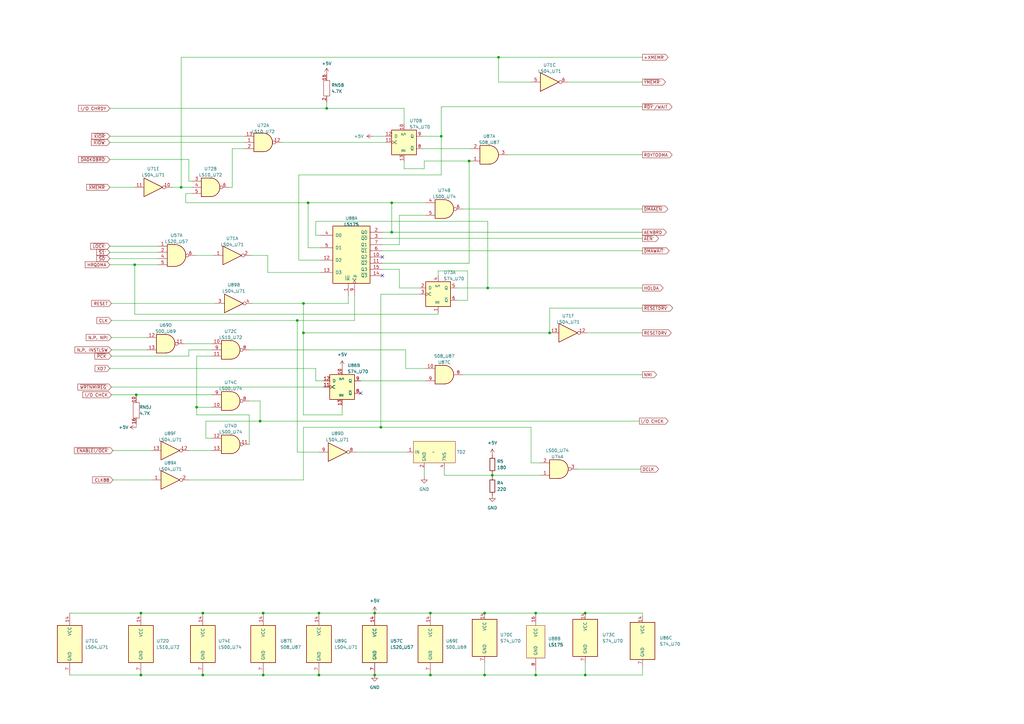
<source format=kicad_sch>
(kicad_sch (version 20230121) (generator eeschema)
  (paper "A3")
  (junction (at 156.21 175.26))
  (junction (at 198.755 251.46))
  (junction (at 153.67 251.46))
  (junction (at 176.53 276.86))
  (junction (at 106.68 172.72))
  (junction (at 219.71 251.46))
  (junction (at 133.985 44.45))
  (junction (at 55.88 161.925))
  (junction (at 83.185 251.46))
  (junction (at 83.185 276.86))
  (junction (at 121.92 131.445))
  (junction (at 107.95 276.86))
  (junction (at 124.46 136.525))
  (junction (at 225.425 136.525))
  (junction (at 219.71 276.86))
  (junction (at 240.03 276.86))
  (junction (at 55.245 108.585))
  (junction (at 200.025 118.11))
  (junction (at 107.95 251.46))
  (junction (at 57.785 251.46))
  (junction (at 126.365 83.185))
  (junction (at 198.755 276.86))
  (junction (at 240.03 251.46))
  (junction (at 153.67 276.86))
  (junction (at 192.405 66.04))
  (junction (at 160.655 83.185))
  (junction (at 201.93 194.945))
  (junction (at 80.645 167.005))
  (junction (at 124.46 124.46))
  (junction (at 130.81 251.46))
  (junction (at 160.655 95.25))
  (junction (at 130.81 276.86))
  (junction (at 74.295 76.835))
  (junction (at 180.975 55.88))
  (junction (at 204.47 23.495))
  (junction (at 176.53 251.46))
  (junction (at 57.785 276.86))
  (no_connect (at 156.845 105.41))
  (no_connect (at 156.845 113.03))
  (no_connect (at 147.955 161.29))
  (wire (pts (xy 187.325 123.19) (xy 191.77 123.19)))
  (wire (pts (xy 172.085 120.65) (xy 156.21 120.65)))
  (wire (pts (xy 182.245 192.405) (xy 182.245 194.945)))
  (wire (pts (xy 109.855 111.76) (xy 109.855 104.775)))
  (wire (pts (xy 95.25 76.835) (xy 95.25 60.96)))
  (wire (pts (xy 93.98 76.835) (xy 95.25 76.835)))
  (wire (pts (xy 107.95 251.46) (xy 130.81 251.46)))
  (wire (pts (xy 140.335 170.18) (xy 124.46 170.18)))
  (wire (pts (xy 109.855 104.775) (xy 102.87 104.775)))
  (wire (pts (xy 165.735 69.215) (xy 165.735 66.04)))
  (wire (pts (xy 45.72 161.925) (xy 55.88 161.925)))
  (wire (pts (xy 217.805 189.865) (xy 217.805 175.26)))
  (wire (pts (xy 80.645 146.05) (xy 80.645 167.005)))
  (wire (pts (xy 166.37 151.13) (xy 174.625 151.13)))
  (wire (pts (xy 77.47 143.51) (xy 86.995 143.51)))
  (wire (pts (xy 176.53 276.86) (xy 198.755 276.86)))
  (wire (pts (xy 204.47 33.655) (xy 204.47 23.495)))
  (wire (pts (xy 240.03 251.46) (xy 263.525 251.46)))
  (wire (pts (xy 153.67 276.86) (xy 176.53 276.86)))
  (wire (pts (xy 147.955 156.21) (xy 174.625 156.21)))
  (wire (pts (xy 76.2 79.375) (xy 76.2 83.185)))
  (wire (pts (xy 77.47 74.295) (xy 78.74 74.295)))
  (wire (pts (xy 156.21 120.65) (xy 156.21 175.26)))
  (wire (pts (xy 64.77 106.045) (xy 45.085 106.045)))
  (wire (pts (xy 198.755 271.78) (xy 198.755 276.86)))
  (wire (pts (xy 55.245 76.835) (xy 45.085 76.835)))
  (wire (pts (xy 133.985 41.91) (xy 133.985 44.45)))
  (wire (pts (xy 102.235 182.245) (xy 102.235 170.18)))
  (wire (pts (xy 191.77 123.19) (xy 191.77 111.125)))
  (wire (pts (xy 133.985 44.45) (xy 45.085 44.45)))
  (wire (pts (xy 156.845 95.25) (xy 160.655 95.25)))
  (wire (pts (xy 156.845 110.49) (xy 163.83 110.49)))
  (wire (pts (xy 64.77 108.585) (xy 55.245 108.585)))
  (wire (pts (xy 153.67 251.46) (xy 176.53 251.46)))
  (wire (pts (xy 121.92 185.42) (xy 121.92 131.445)))
  (wire (pts (xy 106.68 172.72) (xy 262.255 172.72)))
  (wire (pts (xy 95.25 60.96) (xy 100.33 60.96)))
  (wire (pts (xy 217.805 33.655) (xy 204.47 33.655)))
  (wire (pts (xy 160.655 95.25) (xy 160.655 83.185)))
  (wire (pts (xy 192.405 107.95) (xy 192.405 66.04)))
  (wire (pts (xy 156.845 97.79) (xy 263.525 97.79)))
  (wire (pts (xy 55.88 162.56) (xy 55.88 161.925)))
  (wire (pts (xy 55.88 175.26) (xy 55.88 173.99)))
  (wire (pts (xy 204.47 23.495) (xy 263.525 23.495)))
  (wire (pts (xy 173.99 195.58) (xy 173.99 192.405)))
  (wire (pts (xy 102.235 143.51) (xy 166.37 143.51)))
  (wire (pts (xy 180.975 55.88) (xy 180.975 71.755)))
  (wire (pts (xy 84.455 172.72) (xy 106.68 172.72)))
  (wire (pts (xy 86.995 184.785) (xy 77.47 184.785)))
  (wire (pts (xy 83.185 276.86) (xy 107.95 276.86)))
  (wire (pts (xy 165.735 44.45) (xy 133.985 44.45)))
  (wire (pts (xy 200.025 90.805) (xy 200.025 118.11)))
  (wire (pts (xy 219.71 251.46) (xy 240.03 251.46)))
  (wire (pts (xy 198.755 251.46) (xy 219.71 251.46)))
  (wire (pts (xy 124.46 175.26) (xy 124.46 196.85)))
  (wire (pts (xy 84.455 179.705) (xy 84.455 172.72)))
  (wire (pts (xy 146.05 185.42) (xy 167.005 185.42)))
  (wire (pts (xy 130.81 251.46) (xy 153.67 251.46)))
  (wire (pts (xy 77.47 146.05) (xy 77.47 143.51)))
  (wire (pts (xy 180.975 43.815) (xy 263.525 43.815)))
  (wire (pts (xy 122.555 106.68) (xy 131.445 106.68)))
  (wire (pts (xy 80.645 167.005) (xy 86.995 167.005)))
  (wire (pts (xy 225.425 136.525) (xy 124.46 136.525)))
  (wire (pts (xy 107.95 276.86) (xy 130.81 276.86)))
  (wire (pts (xy 263.525 33.655) (xy 233.045 33.655)))
  (wire (pts (xy 76.2 83.185) (xy 126.365 83.185)))
  (wire (pts (xy 160.655 83.185) (xy 174.625 83.185)))
  (wire (pts (xy 64.77 103.505) (xy 45.085 103.505)))
  (wire (pts (xy 131.445 96.52) (xy 129.54 96.52)))
  (wire (pts (xy 165.735 44.45) (xy 165.735 50.8)))
  (wire (pts (xy 62.23 196.85) (xy 46.355 196.85)))
  (wire (pts (xy 200.025 118.11) (xy 187.325 118.11)))
  (wire (pts (xy 236.855 192.405) (xy 262.89 192.405)))
  (wire (pts (xy 78.74 76.835) (xy 74.295 76.835)))
  (wire (pts (xy 100.33 55.88) (xy 45.085 55.88)))
  (wire (pts (xy 115.57 58.42) (xy 158.115 58.42)))
  (wire (pts (xy 77.47 65.405) (xy 77.47 74.295)))
  (wire (pts (xy 62.23 184.785) (xy 46.355 184.785)))
  (wire (pts (xy 64.77 100.965) (xy 45.085 100.965)))
  (wire (pts (xy 45.72 138.43) (xy 60.325 138.43)))
  (wire (pts (xy 45.72 146.05) (xy 77.47 146.05)))
  (wire (pts (xy 55.245 108.585) (xy 45.085 108.585)))
  (wire (pts (xy 124.46 124.46) (xy 142.875 124.46)))
  (wire (pts (xy 83.185 251.46) (xy 107.95 251.46)))
  (wire (pts (xy 145.415 131.445) (xy 145.415 121.285)))
  (wire (pts (xy 182.245 194.945) (xy 201.93 194.945)))
  (wire (pts (xy 263.525 276.86) (xy 263.525 273.05)))
  (wire (pts (xy 106.68 164.465) (xy 102.235 164.465)))
  (wire (pts (xy 189.865 153.67) (xy 263.525 153.67)))
  (wire (pts (xy 57.785 276.86) (xy 83.185 276.86)))
  (wire (pts (xy 102.235 170.18) (xy 80.645 170.18)))
  (wire (pts (xy 131.445 101.6) (xy 126.365 101.6)))
  (wire (pts (xy 179.705 111.125) (xy 179.705 113.03)))
  (wire (pts (xy 163.83 88.265) (xy 174.625 88.265)))
  (wire (pts (xy 74.295 76.835) (xy 74.295 23.495)))
  (wire (pts (xy 219.71 274.955) (xy 219.71 276.86)))
  (wire (pts (xy 124.46 124.46) (xy 124.46 136.525)))
  (wire (pts (xy 163.83 110.49) (xy 163.83 118.11)))
  (wire (pts (xy 219.71 276.86) (xy 240.03 276.86)))
  (wire (pts (xy 121.92 131.445) (xy 145.415 131.445)))
  (wire (pts (xy 140.335 150.495) (xy 140.335 151.13)))
  (wire (pts (xy 45.72 158.75) (xy 132.715 158.75)))
  (wire (pts (xy 78.74 79.375) (xy 76.2 79.375)))
  (wire (pts (xy 74.295 76.835) (xy 70.485 76.835)))
  (wire (pts (xy 140.335 166.37) (xy 140.335 170.18)))
  (wire (pts (xy 153.035 55.88) (xy 158.115 55.88)))
  (wire (pts (xy 240.03 271.78) (xy 240.03 276.86)))
  (wire (pts (xy 192.405 66.04) (xy 193.04 66.04)))
  (wire (pts (xy 142.875 124.46) (xy 142.875 121.285)))
  (wire (pts (xy 28.575 276.86) (xy 57.785 276.86)))
  (wire (pts (xy 191.77 111.125) (xy 179.705 111.125)))
  (wire (pts (xy 179.705 128.905) (xy 179.705 128.27)))
  (wire (pts (xy 165.735 69.215) (xy 173.99 69.215)))
  (wire (pts (xy 45.085 65.405) (xy 77.47 65.405)))
  (wire (pts (xy 74.295 23.495) (xy 204.47 23.495)))
  (wire (pts (xy 126.365 83.185) (xy 160.655 83.185)))
  (wire (pts (xy 86.995 140.97) (xy 75.565 140.97)))
  (wire (pts (xy 156.21 175.26) (xy 124.46 175.26)))
  (wire (pts (xy 176.53 251.46) (xy 198.755 251.46)))
  (wire (pts (xy 263.525 102.87) (xy 156.845 102.87)))
  (wire (pts (xy 103.505 124.46) (xy 124.46 124.46)))
  (wire (pts (xy 173.355 60.96) (xy 193.04 60.96)))
  (wire (pts (xy 122.555 71.755) (xy 122.555 106.68)))
  (wire (pts (xy 263.525 85.725) (xy 189.865 85.725)))
  (wire (pts (xy 55.88 161.925) (xy 86.995 161.925)))
  (wire (pts (xy 201.93 194.31) (xy 201.93 194.945)))
  (wire (pts (xy 45.085 151.13) (xy 129.54 151.13)))
  (wire (pts (xy 100.33 58.42) (xy 45.085 58.42)))
  (wire (pts (xy 166.37 143.51) (xy 166.37 151.13)))
  (wire (pts (xy 131.445 111.76) (xy 109.855 111.76)))
  (wire (pts (xy 86.995 179.705) (xy 84.455 179.705)))
  (wire (pts (xy 263.525 118.11) (xy 200.025 118.11)))
  (wire (pts (xy 130.81 276.86) (xy 153.67 276.86)))
  (wire (pts (xy 124.46 196.85) (xy 77.47 196.85)))
  (wire (pts (xy 57.785 251.46) (xy 83.185 251.46)))
  (wire (pts (xy 130.81 185.42) (xy 121.92 185.42)))
  (wire (pts (xy 217.805 189.865) (xy 221.615 189.865)))
  (wire (pts (xy 124.46 136.525) (xy 124.46 170.18)))
  (wire (pts (xy 88.265 124.46) (xy 45.72 124.46)))
  (wire (pts (xy 106.68 164.465) (xy 106.68 172.72)))
  (wire (pts (xy 156.845 100.33) (xy 163.83 100.33)))
  (wire (pts (xy 129.54 96.52) (xy 129.54 90.805)))
  (wire (pts (xy 263.525 63.5) (xy 208.28 63.5)))
  (wire (pts (xy 129.54 151.13) (xy 129.54 156.21)))
  (wire (pts (xy 263.525 136.525) (xy 240.665 136.525)))
  (wire (pts (xy 163.83 100.33) (xy 163.83 88.265)))
  (wire (pts (xy 201.93 194.945) (xy 201.93 195.58)))
  (wire (pts (xy 240.03 276.86) (xy 263.525 276.86)))
  (wire (pts (xy 180.975 55.88) (xy 180.975 43.815)))
  (wire (pts (xy 198.755 276.86) (xy 219.71 276.86)))
  (wire (pts (xy 201.93 194.945) (xy 221.615 194.945)))
  (wire (pts (xy 156.845 107.95) (xy 192.405 107.95)))
  (wire (pts (xy 87.63 104.775) (xy 80.01 104.775)))
  (wire (pts (xy 173.99 69.215) (xy 173.99 66.04)))
  (wire (pts (xy 163.83 118.11) (xy 172.085 118.11)))
  (wire (pts (xy 263.525 251.46) (xy 263.525 252.73)))
  (wire (pts (xy 179.705 128.905) (xy 55.245 128.905)))
  (wire (pts (xy 173.99 66.04) (xy 192.405 66.04)))
  (wire (pts (xy 180.975 71.755) (xy 122.555 71.755)))
  (wire (pts (xy 225.425 126.365) (xy 263.525 126.365)))
  (wire (pts (xy 225.425 136.525) (xy 225.425 126.365)))
  (wire (pts (xy 173.355 55.88) (xy 180.975 55.88)))
  (wire (pts (xy 86.995 146.05) (xy 80.645 146.05)))
  (wire (pts (xy 28.575 251.46) (xy 57.785 251.46)))
  (wire (pts (xy 45.72 143.51) (xy 60.325 143.51)))
  (wire (pts (xy 45.72 131.445) (xy 121.92 131.445)))
  (wire (pts (xy 217.805 175.26) (xy 156.21 175.26)))
  (wire (pts (xy 126.365 101.6) (xy 126.365 83.185)))
  (wire (pts (xy 129.54 156.21) (xy 132.715 156.21)))
  (wire (pts (xy 160.655 95.25) (xy 263.525 95.25)))
  (wire (pts (xy 80.645 170.18) (xy 80.645 167.005)))
  (wire (pts (xy 129.54 90.805) (xy 200.025 90.805)))
  (wire (pts (xy 55.245 128.905) (xy 55.245 108.585)))
  (global_label "~{AEN}'" (shape output) (at 263.525 97.79 0) (property "Intersheetrefs" "${INTERSHEET_REFS}" (effects hide)))
  (global_label "~{LOCK}'" (shape input) (at 45.085 100.965 180) (property "Intersheetrefs" "${INTERSHEET_REFS}" (effects hide)))
  (global_label "~{WRTNMIREG}'" (shape input) (at 45.72 158.75 180) (property "Intersheetrefs" "${INTERSHEET_REFS}" (effects hide)))
  (global_label "~{RDY}'{slash}WAIT" (shape output) (at 263.525 43.815 0) (property "Intersheetrefs" "${INTERSHEET_REFS}" (effects hide)))
  (global_label "HRQDMA" (shape input) (at 45.085 108.585 180) (property "Intersheetrefs" "${INTERSHEET_REFS}" (effects hide)))
  (global_label "~{XMEMR}'" (shape input) (at 45.085 76.835 180) (property "Intersheetrefs" "${INTERSHEET_REFS}" (effects hide)))
  (global_label "XD7" (shape input) (at 45.085 151.13 180) (property "Intersheetrefs" "${INTERSHEET_REFS}" (effects hide)))
  (global_label "+XMEMR" (shape output) (at 263.525 23.495 0) (property "Intersheetrefs" "${INTERSHEET_REFS}" (effects hide)))
  (global_label "RDYTODMA" (shape output) (at 263.525 63.5 0) (property "Intersheetrefs" "${INTERSHEET_REFS}" (effects hide)))
  (global_label "N.P. INSTLSW" (shape input) (at 45.72 143.51 180) (property "Intersheetrefs" "${INTERSHEET_REFS}" (effects hide)))
  (global_label "~{DA0K0BRD}'" (shape input) (at 45.085 65.405 180) (property "Intersheetrefs" "${INTERSHEET_REFS}" (effects hide)))
  (global_label "I{slash}O CHCK" (shape input) (at 45.72 161.925 180) (property "Intersheetrefs" "${INTERSHEET_REFS}" (effects hide)))
  (global_label "~{ENABLEI{slash}OCK}'" (shape input) (at 46.355 184.785 180) (property "Intersheetrefs" "${INTERSHEET_REFS}" (effects hide)))
  (global_label "DCLK" (shape output) (at 262.89 192.405 0) (property "Intersheetrefs" "${INTERSHEET_REFS}" (effects hide)))
  (global_label "N.P. NPI" (shape input) (at 45.72 138.43 180) (property "Intersheetrefs" "${INTERSHEET_REFS}" (effects hide)))
  (global_label "RESETDRV" (shape output) (at 263.525 136.525 0) (property "Intersheetrefs" "${INTERSHEET_REFS}" (effects hide)))
  (global_label "~{XIOW}'" (shape input) (at 45.085 58.42 180) (property "Intersheetrefs" "${INTERSHEET_REFS}" (effects hide)))
  (global_label "I{slash}O CHCK" (shape output) (at 262.255 172.72 0) (property "Intersheetrefs" "${INTERSHEET_REFS}" (effects hide)))
  (global_label "~{PCK}'" (shape input) (at 45.72 146.05 180) (property "Intersheetrefs" "${INTERSHEET_REFS}" (effects hide)))
  (global_label "~{DMAWAIT}'" (shape output) (at 263.525 102.87 0) (property "Intersheetrefs" "${INTERSHEET_REFS}" (effects hide)))
  (global_label "HOLDA" (shape output) (at 263.525 118.11 0) (property "Intersheetrefs" "${INTERSHEET_REFS}" (effects hide)))
  (global_label "~{S1}'" (shape input) (at 45.085 103.505 180) (property "Intersheetrefs" "${INTERSHEET_REFS}" (effects hide)))
  (global_label "CLK" (shape input) (at 45.72 131.445 180) (property "Intersheetrefs" "${INTERSHEET_REFS}" (effects hide)))
  (global_label "I{slash}O CHRDY" (shape input) (at 45.085 44.45 180) (property "Intersheetrefs" "${INTERSHEET_REFS}" (effects hide)))
  (global_label "AENBRD" (shape output) (at 263.525 95.25 0) (property "Intersheetrefs" "${INTERSHEET_REFS}" (effects hide)))
  (global_label "NMI" (shape output) (at 263.525 153.67 0) (property "Intersheetrefs" "${INTERSHEET_REFS}" (effects hide)))
  (global_label "~{DMAAEN}'" (shape output) (at 263.525 85.725 0) (property "Intersheetrefs" "${INTERSHEET_REFS}" (effects hide)))
  (global_label "CLK88" (shape input) (at 46.355 196.85 180) (property "Intersheetrefs" "${INTERSHEET_REFS}" (effects hide)))
  (global_label "~{YMEMR}'" (shape output) (at 263.525 33.655 0) (property "Intersheetrefs" "${INTERSHEET_REFS}" (effects hide)))
  (global_label "RESET" (shape input) (at 45.72 124.46 180) (property "Intersheetrefs" "${INTERSHEET_REFS}" (effects hide)))
  (global_label "~{S0}'" (shape input) (at 45.085 106.045 180) (property "Intersheetrefs" "${INTERSHEET_REFS}" (effects hide)))
  (global_label "~{RESETDRV}'" (shape output) (at 263.525 126.365 0) (property "Intersheetrefs" "${INTERSHEET_REFS}" (effects hide)))
  (global_label "~{XIOR}'" (shape input) (at 45.085 55.88 180) (property "Intersheetrefs" "${INTERSHEET_REFS}" (effects hide)))
  (symbol (lib_id "Mad5150_early:LS00_U74") (at 229.235 192.405 0) (mirror x) (unit 1)
    (property "Reference" "U74" (at 228.6 187.325 0))
    (property "Value" "LS00_U74" (at 228.6 184.785 0))
    (property "Footprint" "Package_DIP:DIP-14_W7.62mm" (effects hide))
    (property "Datasheet" "http://www.ti.com/lit/gpn/sn74ls00" (effects hide))
  )
  (symbol (lib_id "Mad5150_early:S74_U70") (at 198.755 261.62 0) (unit 3)
    (property "Reference" "U70" (at 205.105 260.35 0) (effects (justify left)))
    (property "Value" "S74_U70" (at 205.105 262.89 0) (effects (justify left)))
    (property "Footprint" "Package_DIP:DIP-14_W7.62mm" (effects hide))
    (property "Datasheet" "74xx/74hc_hct74.pdf" (effects hide))
  )
  (symbol (lib_id "Mad5150_early:LS175_U88") (at 144.145 105.41 0) (unit 1)
    (property "Reference" "U88" (at 144.145 89.535 0))
    (property "Value" "LS175" (at 144.145 92.075 0) (effects (font bold)))
    (property "Footprint" "Package_DIP:DIP-16_W7.62mm" (effects hide))
  )
  (symbol (lib_id "Mad5150_early:LS20_U57") (at 72.39 104.775 0) (unit 1)
    (property "Reference" "U57" (at 72.3803 96.52 0))
    (property "Value" "LS20_U57" (at 72.3803 99.06 0))
    (property "Footprint" "Package_DIP:DIP-14_W7.62mm" (effects hide))
    (property "Datasheet" "http://www.ti.com/lit/gpn/sn74LS20" (effects hide))
  )
  (symbol (lib_id "Mad5150_early:LS74_U86") (at 140.335 158.75 0) (unit 2)
    (property "Reference" "U86" (at 142.5291 149.86 0) (effects (justify left)))
    (property "Value" "S74_U70" (at 142.5291 152.4 0) (effects (justify left)))
    (property "Footprint" "Package_DIP:DIP-14_W7.62mm" (effects hide))
    (property "Datasheet" "74xx/74hc_hct74.pdf" (effects hide))
  )
  (symbol (lib_id "Mad5150_early:TD2") (at 177.8 185.42 0) (unit 1)
    (property "Reference" "TD2" (at 187.325 185.42 0) (effects (justify left)))
    (property "Value" "~" (at 177.8 185.42 0))
    (property "Footprint" "Connector_PinHeader_2.54mm:PinHeader_1x04_P2.54mm_Vertical" (effects hide))
  )
  (symbol (lib_id "power:GND") (at 153.67 276.86 0) (unit 1)
    (property "Reference" "#PWR035" (effects hide))
    (property "Value" "GND" (at 153.67 281.94 0))
  )
  (symbol (lib_id "Mad5150_early:LS74_U86") (at 263.525 262.89 0) (unit 3)
    (property "Reference" "U86" (at 270.51 261.62 0) (effects (justify left)))
    (property "Value" "S74_U70" (at 270.51 264.16 0) (effects (justify left)))
    (property "Footprint" "Package_DIP:DIP-14_W7.62mm" (effects hide))
    (property "Datasheet" "74xx/74hc_hct74.pdf" (effects hide))
  )
  (symbol (lib_id "Device:R") (at 201.93 199.39 0) (unit 1)
    (property "Reference" "R4" (at 203.835 198.12 0) (effects (justify left)))
    (property "Value" "220" (at 203.835 200.66 0) (effects (justify left)))
    (property "Footprint" "madXT_early:resistor" (effects hide))
  )
  (symbol (lib_id "power:+5V") (at 201.93 186.69 0) (unit 1)
    (property "Reference" "#PWR024" (effects hide))
    (property "Value" "+5V" (at 201.93 181.61 0))
  )
  (symbol (lib_id "power:+5V") (at 153.035 55.88 90) (unit 1)
    (property "Reference" "#PWR023" (effects hide))
    (property "Value" "+5V" (at 149.225 55.88 90) (effects (justify left)))
  )
  (symbol (lib_id "Mad5150_early:LS04_U89") (at 309.245 -107.95 0) (unit 5)
    (property "Reference" "U89" (at 309.245 -115.57 0))
    (property "Value" "LS04_U71" (at 309.245 -113.03 0))
    (property "Footprint" "Package_DIP:DIP-14_W7.62mm" (effects hide))
    (property "Datasheet" "http://www.ti.com/lit/gpn/sn74LS04" (effects hide))
  )
  (symbol (lib_id "Mad5150_early:LS00_U74") (at 94.615 182.245 0) (unit 4)
    (property "Reference" "U74" (at 94.6067 174.625 0))
    (property "Value" "LS00_U74" (at 94.6067 177.165 0))
    (property "Footprint" "Package_DIP:DIP-14_W7.62mm" (effects hide))
    (property "Datasheet" "http://www.ti.com/lit/gpn/sn74ls00" (effects hide))
  )
  (symbol (lib_id "Mad5150_early:S00_U69") (at 67.945 140.97 0) (unit 4)
    (property "Reference" "U69" (at 67.9367 133.35 0))
    (property "Value" "S00_U69" (at 67.9367 135.89 0))
    (property "Footprint" "Package_DIP:DIP-14_W7.62mm" (effects hide))
    (property "Datasheet" "http://www.ti.com/lit/gpn/sn74ls00" (effects hide))
  )
  (symbol (lib_id "Mad5150_early:LS04_U89") (at 95.885 124.46 0) (unit 2)
    (property "Reference" "U89" (at 95.885 116.84 0))
    (property "Value" "LS04_U71" (at 95.885 119.38 0))
    (property "Footprint" "Package_DIP:DIP-14_W7.62mm" (effects hide))
    (property "Datasheet" "http://www.ti.com/lit/gpn/sn74LS04" (effects hide))
  )
  (symbol (lib_id "Mad5150_early:S74_U70") (at 165.735 58.42 0) (unit 2)
    (property "Reference" "U70" (at 167.9291 49.53 0) (effects (justify left)))
    (property "Value" "S74_U70" (at 167.9291 52.07 0) (effects (justify left)))
    (property "Footprint" "Package_DIP:DIP-14_W7.62mm" (effects hide))
    (property "Datasheet" "74xx/74hc_hct74.pdf" (effects hide))
  )
  (symbol (lib_id "Mad5150_early:LS175_U88") (at 219.71 263.525 0) (unit 2)
    (property "Reference" "U88" (at 224.79 261.9375 0) (effects (justify left)))
    (property "Value" "LS175" (at 224.79 264.4775 0) (effects (font bold) (justify left)))
    (property "Footprint" "Package_DIP:DIP-16_W7.62mm" (effects hide))
  )
  (symbol (lib_id "Mad5150_early:LS04_U71") (at 28.575 264.16 0) (unit 7)
    (property "Reference" "U71" (at 34.925 262.89 0) (effects (justify left)))
    (property "Value" "LS04_U71" (at 34.925 265.43 0) (effects (justify left)))
    (property "Footprint" "Package_DIP:DIP-14_W7.62mm" (effects hide))
    (property "Datasheet" "http://www.ti.com/lit/gpn/sn74LS04" (effects hide))
  )
  (symbol (lib_id "Mad5150_early:LS10_U72") (at 86.36 76.835 0) (unit 2)
    (property "Reference" "U72" (at 86.3517 69.215 0))
    (property "Value" "LS10_U72" (at 86.3517 71.755 0))
    (property "Footprint" "Package_DIP:DIP-14_W7.62mm" (effects hide))
    (property "Datasheet" "http://www.ti.com/lit/gpn/sn74LS10" (effects hide))
  )
  (symbol (lib_id "Mad5150_early:LS00_U74") (at 83.185 264.16 0) (unit 5)
    (property "Reference" "U74" (at 89.535 262.89 0) (effects (justify left)))
    (property "Value" "LS00_U74" (at 89.535 265.43 0) (effects (justify left)))
    (property "Footprint" "Package_DIP:DIP-14_W7.62mm" (effects hide))
    (property "Datasheet" "http://www.ti.com/lit/gpn/sn74ls00" (effects hide))
  )
  (symbol (lib_id "Mad5150_early:LS04_U71") (at 225.425 33.655 0) (unit 3)
    (property "Reference" "U71" (at 225.425 26.67 0))
    (property "Value" "LS04_U71" (at 225.425 29.21 0))
    (property "Footprint" "Package_DIP:DIP-14_W7.62mm" (effects hide))
    (property "Datasheet" "http://www.ti.com/lit/gpn/sn74LS04" (effects hide))
  )
  (symbol (lib_id "power:GND") (at 201.93 203.2 0) (unit 1)
    (property "Reference" "#PWR025" (effects hide))
    (property "Value" "GND" (at 201.93 208.28 0))
  )
  (symbol (lib_id "Mad5150_early:Resistor_Network") (at 55.88 168.275 0) (unit 10)
    (property "Reference" "RN5" (at 57.15 167.005 0) (effects (justify left)))
    (property "Value" "4.7K" (at 57.15 169.545 0) (effects (justify left)))
    (property "Footprint" "Package_DIP:DIP-16_W7.62mm" (effects hide))
  )
  (symbol (lib_id "Mad5150_early:LS00_U74") (at 182.245 85.725 0) (unit 2)
    (property "Reference" "U74" (at 182.2367 78.105 0))
    (property "Value" "LS00_U74" (at 182.2367 80.645 0))
    (property "Footprint" "Package_DIP:DIP-14_W7.62mm" (effects hide))
    (property "Datasheet" "http://www.ti.com/lit/gpn/sn74ls00" (effects hide))
  )
  (symbol (lib_id "Mad5150_early:LS04_U89") (at 138.43 185.42 0) (unit 4)
    (property "Reference" "U89" (at 138.43 177.8 0))
    (property "Value" "LS04_U71" (at 138.43 180.34 0))
    (property "Footprint" "Package_DIP:DIP-14_W7.62mm" (effects hide))
    (property "Datasheet" "http://www.ti.com/lit/gpn/sn74LS04" (effects hide))
  )
  (symbol (lib_id "power:+5V") (at 55.88 175.26 90) (unit 1)
    (property "Reference" "#PWR028" (effects hide))
    (property "Value" "+5V" (at 52.705 175.26 90) (effects (justify left)))
  )
  (symbol (lib_id "Mad5150_early:S08_U87") (at 269.875 -117.475 0) (unit 4)
    (property "Reference" "U87" (at 269.8667 -124.46 0))
    (property "Value" "S08_U87" (at 269.8667 -121.92 0))
    (property "Footprint" "Package_DIP:DIP-14_W7.62mm" (effects hide))
  )
  (symbol (lib_name "LS10_U72_1") (lib_id "Mad5150_early:LS10_U72") (at 107.95 58.42 0) (unit 1)
    (property "Reference" "U72" (at 107.9417 51.435 0))
    (property "Value" "LS10_U72" (at 107.9417 53.975 0))
    (property "Footprint" "Package_DIP:DIP-14_W7.62mm" (effects hide))
    (property "Datasheet" "http://www.ti.com/lit/gpn/sn74LS10" (effects hide))
  )
  (symbol (lib_id "Mad5150_early:S08_U87") (at 182.245 153.67 0) (mirror x) (unit 3)
    (property "Reference" "U87" (at 182.245 148.59 0))
    (property "Value" "S08_U87" (at 182.245 146.05 0))
    (property "Footprint" "Package_DIP:DIP-14_W7.62mm" (effects hide))
  )
  (symbol (lib_id "power:GND") (at 173.99 195.58 0) (unit 1)
    (property "Reference" "#PWR026" (effects hide))
    (property "Value" "GND" (at 173.99 200.66 0))
  )
  (symbol (lib_id "Mad5150_early:LS74_U73") (at 547.37 -145.415 0) (unit 2)
    (property "Reference" "U73" (at 549.5641 -153.67 0) (effects (justify left)))
    (property "Value" "S74_U70" (at 549.5641 -151.13 0) (effects (justify left)))
    (property "Footprint" "Package_DIP:DIP-14_W7.62mm" (effects hide))
    (property "Datasheet" "74xx/74hc_hct74.pdf" (effects hide))
  )
  (symbol (lib_name "S08_U87_1") (lib_id "Mad5150_early:S08_U87") (at 200.66 63.5 0) (unit 1)
    (property "Reference" "U87" (at 200.6517 55.88 0))
    (property "Value" "S08_U87" (at 200.6517 58.42 0))
    (property "Footprint" "Package_DIP:DIP-14_W7.62mm" (effects hide))
  )
  (symbol (lib_id "power:+5V") (at 153.67 251.46 0) (unit 1)
    (property "Reference" "#PWR034" (effects hide))
    (property "Value" "+5V" (at 153.67 246.38 0))
  )
  (symbol (lib_id "Mad5150_early:LS04_U89") (at 69.85 184.785 0) (unit 6)
    (property "Reference" "U89" (at 69.85 177.8 0))
    (property "Value" "LS04_U71" (at 69.85 180.34 0))
    (property "Footprint" "Package_DIP:DIP-14_W7.62mm" (effects hide))
    (property "Datasheet" "http://www.ti.com/lit/gpn/sn74LS04" (effects hide))
  )
  (symbol (lib_id "Mad5150_early:LS74_U86") (at 584.835 -165.1 0) (unit 1)
    (property "Reference" "U86" (at 587.0291 -173.99 0) (effects (justify left)))
    (property "Value" "S74_U70" (at 587.0291 -171.45 0) (effects (justify left)))
    (property "Footprint" "Package_DIP:DIP-14_W7.62mm" (effects hide))
    (property "Datasheet" "74xx/74hc_hct74.pdf" (effects hide))
  )
  (symbol (lib_id "Mad5150_early:LS04_U71") (at 233.045 136.525 0) (unit 6)
    (property "Reference" "U71" (at 233.045 129.54 0))
    (property "Value" "LS04_U71" (at 233.045 132.08 0))
    (property "Footprint" "Package_DIP:DIP-14_W7.62mm" (effects hide))
    (property "Datasheet" "http://www.ti.com/lit/gpn/sn74LS04" (effects hide))
  )
  (symbol (lib_id "Mad5150_early:LS04_U71") (at 62.865 76.835 0) (unit 5)
    (property "Reference" "U71" (at 62.865 69.215 0))
    (property "Value" "LS04_U71" (at 62.865 71.755 0))
    (property "Footprint" "Package_DIP:DIP-14_W7.62mm" (effects hide))
    (property "Datasheet" "http://www.ti.com/lit/gpn/sn74LS04" (effects hide))
  )
  (symbol (lib_name "LS10_U72_2") (lib_id "Mad5150_early:LS10_U72") (at 94.615 143.51 0) (unit 3)
    (property "Reference" "U72" (at 94.6067 135.89 0))
    (property "Value" "LS10_U72" (at 94.6067 138.43 0))
    (property "Footprint" "Package_DIP:DIP-14_W7.62mm" (effects hide))
    (property "Datasheet" "http://www.ti.com/lit/gpn/sn74LS10" (effects hide))
  )
  (symbol (lib_id "Mad5150_early:LS04_U71") (at 95.25 104.775 0) (unit 1)
    (property "Reference" "U71" (at 95.25 97.79 0))
    (property "Value" "LS04_U71" (at 95.25 100.33 0))
    (property "Footprint" "Package_DIP:DIP-14_W7.62mm" (effects hide))
    (property "Datasheet" "http://www.ti.com/lit/gpn/sn74LS04" (effects hide))
  )
  (symbol (lib_id "Mad5150_early:LS04_U71") (at 132.715 -106.045 0) (unit 4)
    (property "Reference" "U71" (at 132.715 -113.03 0))
    (property "Value" "LS04_U71" (at 132.715 -110.49 0))
    (property "Footprint" "Package_DIP:DIP-14_W7.62mm" (effects hide))
    (property "Datasheet" "http://www.ti.com/lit/gpn/sn74LS04" (effects hide))
  )
  (symbol (lib_id "power:+5V") (at 140.335 150.495 0) (unit 1)
    (property "Reference" "#PWR027" (effects hide))
    (property "Value" "+5V" (at 140.335 145.415 0))
  )
  (symbol (lib_id "Mad5150_early:LS04_U89") (at 69.85 196.85 0) (unit 1)
    (property "Reference" "U89" (at 69.85 189.865 0))
    (property "Value" "LS04_U71" (at 69.85 192.405 0))
    (property "Footprint" "Package_DIP:DIP-14_W7.62mm" (effects hide))
    (property "Datasheet" "http://www.ti.com/lit/gpn/sn74LS04" (effects hide))
  )
  (symbol (lib_id "Device:R") (at 201.93 190.5 0) (unit 1)
    (property "Reference" "R5" (at 203.835 189.23 0) (effects (justify left)))
    (property "Value" "180" (at 203.835 191.77 0) (effects (justify left)))
    (property "Footprint" "madXT_early:resistor" (effects hide))
  )
  (symbol (lib_id "Mad5150_early:LS04_U89") (at 130.81 264.16 0) (unit 7)
    (property "Reference" "U89" (at 137.16 262.89 0) (effects (justify left)))
    (property "Value" "LS04_U71" (at 137.16 265.43 0) (effects (justify left)))
    (property "Footprint" "Package_DIP:DIP-14_W7.62mm" (effects hide))
    (property "Datasheet" "http://www.ti.com/lit/gpn/sn74LS04" (effects hide))
  )
  (symbol (lib_id "Mad5150_early:S00_U69") (at 176.53 264.16 0) (unit 5)
    (property "Reference" "U69" (at 182.88 262.89 0) (effects (justify left)))
    (property "Value" "S00_U69" (at 182.88 265.43 0) (effects (justify left)))
    (property "Footprint" "Package_DIP:DIP-14_W7.62mm" (effects hide))
    (property "Datasheet" "http://www.ti.com/lit/gpn/sn74ls00" (effects hide))
  )
  (symbol (lib_id "Mad5150_early:LS04_U89") (at 307.975 -132.715 0) (unit 3)
    (property "Reference" "U89" (at 307.975 -139.7 0))
    (property "Value" "LS04_U71" (at 307.975 -137.16 0))
    (property "Footprint" "Package_DIP:DIP-14_W7.62mm" (effects hide))
    (property "Datasheet" "http://www.ti.com/lit/gpn/sn74LS04" (effects hide))
  )
  (symbol (lib_id "Mad5150_early:LS20_U57") (at 153.67 264.16 0) (unit 3)
    (property "Reference" "U57" (at 160.02 262.89 0) (effects (justify left)))
    (property "Value" "LS20_U57" (at 160.02 265.43 0) (effects (justify left)))
    (property "Footprint" "Package_DIP:DIP-14_W7.62mm" (effects hide))
    (property "Datasheet" "http://www.ti.com/lit/gpn/sn74LS20" (effects hide))
  )
  (symbol (lib_id "Mad5150_early:LS74_U73") (at 240.03 261.62 0) (unit 3)
    (property "Reference" "U73" (at 247.015 260.35 0) (effects (justify left)))
    (property "Value" "S74_U70" (at 247.015 262.89 0) (effects (justify left)))
    (property "Footprint" "Package_DIP:DIP-14_W7.62mm" (effects hide))
    (property "Datasheet" "74xx/74hc_hct74.pdf" (effects hide))
  )
  (symbol (lib_id "Mad5150_early:LS10_U72") (at 57.785 264.16 0) (unit 4)
    (property "Reference" "U72" (at 64.135 262.89 0) (effects (justify left)))
    (property "Value" "LS10_U72" (at 64.135 265.43 0) (effects (justify left)))
    (property "Footprint" "Package_DIP:DIP-14_W7.62mm" (effects hide))
    (property "Datasheet" "http://www.ti.com/lit/gpn/sn74LS10" (effects hide))
  )
  (symbol (lib_id "power:+5V") (at 133.985 30.48 0) (unit 1)
    (property "Reference" "#PWR022" (effects hide))
    (property "Value" "+5V" (at 133.985 26.035 0))
  )
  (symbol (lib_id "Mad5150_early:LS00_U74") (at 94.615 164.465 0) (unit 3)
    (property "Reference" "U74" (at 94.6067 156.845 0))
    (property "Value" "LS00_U74" (at 94.6067 159.385 0))
    (property "Footprint" "Package_DIP:DIP-14_W7.62mm" (effects hide))
    (property "Datasheet" "http://www.ti.com/lit/gpn/sn74ls00" (effects hide))
  )
  (symbol (lib_id "Mad5150_early:S74_U70") (at 443.865 -159.385 0) (unit 1)
    (property "Reference" "U70" (at 446.0591 -167.64 0) (effects (justify left)))
    (property "Value" "S74_U70" (at 446.0591 -165.1 0) (effects (justify left)))
    (property "Footprint" "Package_DIP:DIP-14_W7.62mm" (effects hide))
    (property "Datasheet" "74xx/74hc_hct74.pdf" (effects hide))
  )
  (symbol (lib_id "Mad5150_early:LS74_U73") (at 179.705 120.65 0) (unit 1)
    (property "Reference" "U73" (at 181.8991 111.76 0) (effects (justify left)))
    (property "Value" "S74_U70" (at 181.8991 114.3 0) (effects (justify left)))
    (property "Footprint" "Package_DIP:DIP-14_W7.62mm" (effects hide))
    (property "Datasheet" "74xx/74hc_hct74.pdf" (effects hide))
  )
  (symbol (lib_id "Mad5150_early:S08_U87") (at 107.95 264.16 0) (unit 5)
    (property "Reference" "U87" (at 114.935 262.89 0) (effects (justify left)))
    (property "Value" "S08_U87" (at 114.935 265.43 0) (effects (justify left)))
    (property "Footprint" "Package_DIP:DIP-14_W7.62mm" (effects hide))
  )
  (symbol (lib_id "Mad5150_early:Resistor_Network") (at 133.985 36.195 180) (unit 2)
    (property "Reference" "RN5" (at 135.89 34.925 0) (effects (justify right)))
    (property "Value" "4.7K" (at 135.89 37.465 0) (effects (justify right)))
    (property "Footprint" "Package_DIP:DIP-16_W7.62mm" (effects hide))
  )
)
</source>
